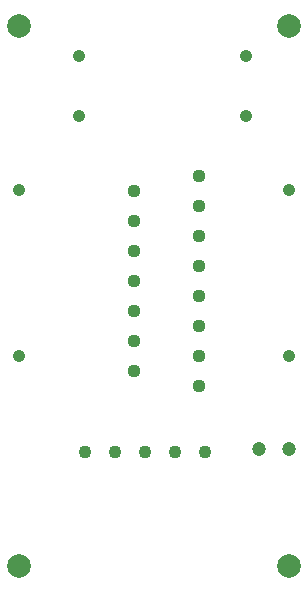
<source format=gbr>
%TF.GenerationSoftware,Altium Limited,Altium Designer,23.3.1 (30)*%
G04 Layer_Color=0*
%FSLAX45Y45*%
%MOMM*%
%TF.SameCoordinates,796C1B80-4156-4CD7-A6E5-B9CE5994D65D*%
%TF.FilePolarity,Positive*%
%TF.FileFunction,Plated,1,2,PTH,Drill*%
%TF.Part,Single*%
G01*
G75*
%TA.AperFunction,ComponentDrill*%
%ADD39C,1.05000*%
%TA.AperFunction,OtherDrill,Pad Free-11 (78.74mm,104.14mm)*%
%ADD40C,2.00000*%
%TA.AperFunction,OtherDrill,Pad Free-10 (101.6mm,104.14mm)*%
%ADD41C,2.00000*%
%TA.AperFunction,OtherDrill,Pad Free-9 (101.6mm,58.42mm)*%
%ADD42C,2.00000*%
%TA.AperFunction,OtherDrill,Pad Free-8 (78.74mm,58.42mm)*%
%ADD43C,2.00000*%
%TA.AperFunction,ComponentDrill*%
%ADD44C,1.13005*%
%ADD45C,1.10000*%
%ADD46C,1.20000*%
%ADD47C,1.05000*%
D39*
X7874000Y9030000D02*
D03*
Y7620000D02*
D03*
X10160000Y9030000D02*
D03*
Y7620000D02*
D03*
D40*
X7874000Y10414000D02*
D03*
D41*
X10160000D02*
D03*
D42*
Y5842000D02*
D03*
D43*
X7874000D02*
D03*
D44*
X8844991Y9017000D02*
D03*
Y8763000D02*
D03*
Y8509000D02*
D03*
Y8255000D02*
D03*
Y8001000D02*
D03*
Y7747000D02*
D03*
Y7493000D02*
D03*
X9398000Y9144000D02*
D03*
Y8890000D02*
D03*
Y8636000D02*
D03*
Y8382000D02*
D03*
Y8128000D02*
D03*
Y7874000D02*
D03*
Y7620000D02*
D03*
Y7366000D02*
D03*
D45*
X9448800Y6807200D02*
D03*
X9194800D02*
D03*
X8940800D02*
D03*
X8686800D02*
D03*
X8432800D02*
D03*
D46*
X10160000Y6832600D02*
D03*
X9906000D02*
D03*
D47*
X9792000Y9652000D02*
D03*
X8382000D02*
D03*
Y10160000D02*
D03*
X9792000D02*
D03*
%TF.MD5,03402c2f0395f70ffec05c1cb8458e27*%
M02*

</source>
